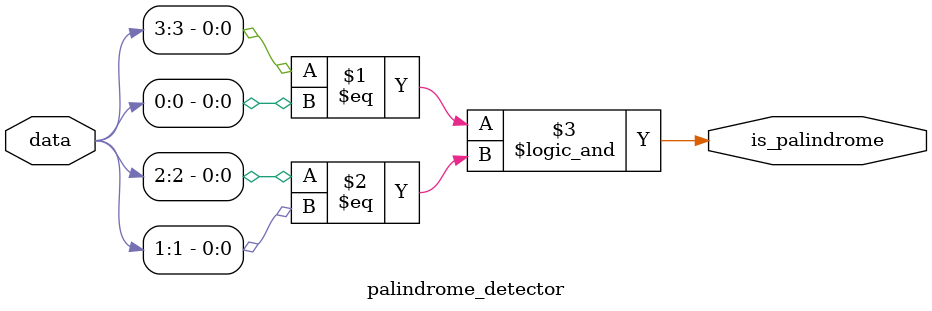
<source format=v>
module palindrome_detector (
    input [3:0] data,  
    output is_palindrome 
);
    
    assign is_palindrome = (data[3] == data[0]) && (data[2] == data[1]);
endmodule

</source>
